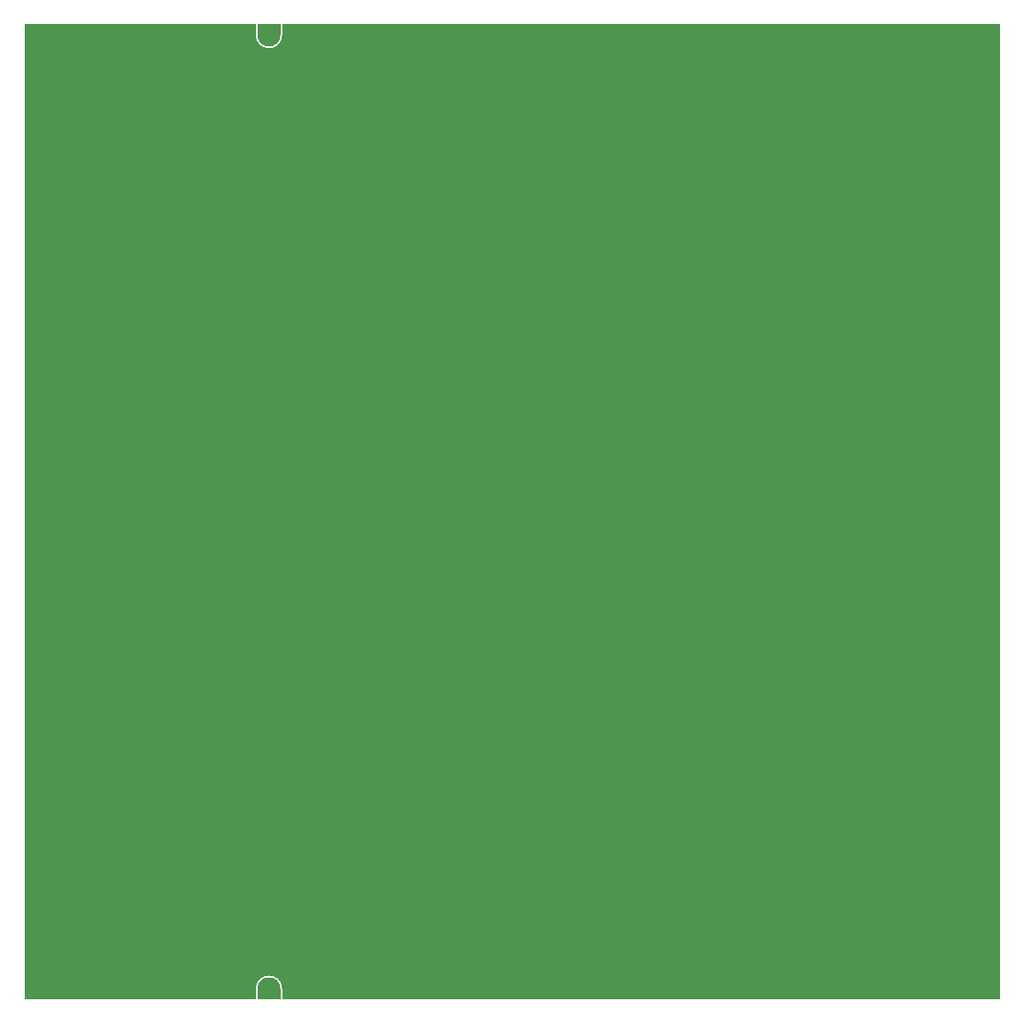
<source format=gbr>
G04 DipTrace 4.3.0.5*
G04 Board.gbr*
%MOMM*%
G04 #@! TF.FileFunction,Drawing,Board polygon*
G04 #@! TF.Part,Single*
%ADD12C,0.14*%
%FSLAX35Y35*%
G04*
G71*
G90*
G75*
G01*
G04 BoardPoly*
%LPD*%
G36*
X-10000000Y5000000D2*
X0D1*
Y-5000000D1*
X-10000000D1*
Y5000000D1*
G37*
G04 BoardPoly Clear*
%LPC*%
X-7620000Y-5000000D2*
D12*
Y-4889500D1*
X-7366000Y-5000000D2*
Y-4889500D1*
X-7620000D2*
G02X-7366000Y-4889500I127000J0D01*
G01*
X-7620000Y5000627D2*
Y4890127D1*
X-7366000Y5000627D2*
Y4890127D1*
X-7620000D2*
G03X-7366000Y4890127I127000J0D01*
G01*
M02*

</source>
